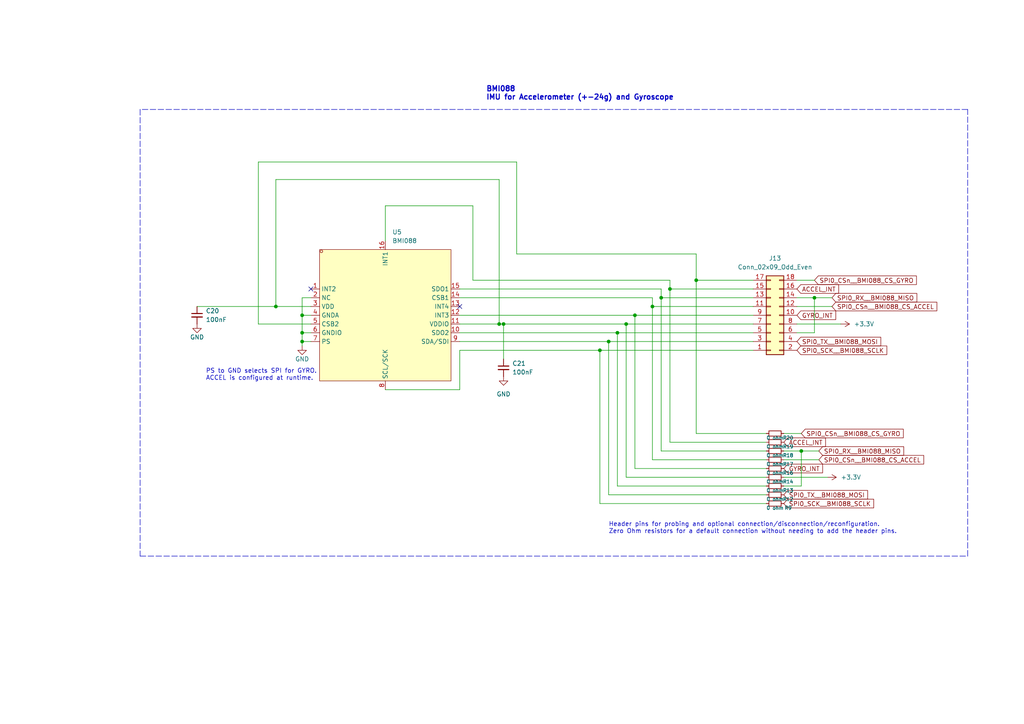
<source format=kicad_sch>
(kicad_sch (version 20211123) (generator eeschema)
  (paper "A4")
  (title_block (title "IMU - Accelerometer and Gyrocope") (date "2023-01-31") (rev "v0.3"))
  (lib_symbols
    (symbol "Connector_Generic:Conn_02x09_Odd_Even" (pin_names (offset 1.016) hide)
      (property "Reference" "J" (at 1.27 12.7 0))
      (property "Value" "Conn_02x09_Odd_Even" (at 1.27 -12.7 0))
      (symbol "Conn_02x09_Odd_Even_1_1"
        (rectangle (start -1.27 -10.033) (end 0 -10.287) (stroke (width 0.1524)))
        (rectangle (start -1.27 -7.493) (end 0 -7.747) (stroke (width 0.1524)))
        (rectangle (start -1.27 -4.953) (end 0 -5.207) (stroke (width 0.1524)))
        (rectangle (start -1.27 -2.413) (end 0 -2.667) (stroke (width 0.1524)))
        (rectangle (start -1.27 0.127) (end 0 -0.127) (stroke (width 0.1524)))
        (rectangle (start -1.27 2.667) (end 0 2.413) (stroke (width 0.1524)))
        (rectangle (start -1.27 5.207) (end 0 4.953) (stroke (width 0.1524)))
        (rectangle (start -1.27 7.747) (end 0 7.493) (stroke (width 0.1524)))
        (rectangle (start -1.27 10.287) (end 0 10.033) (stroke (width 0.1524)))
        (rectangle (start -1.27 11.43) (end 3.81 -11.43) (stroke (width 0.254)) (fill (type background)))
        (rectangle (start 3.81 -10.033) (end 2.54 -10.287) (stroke (width 0.1524)))
        (rectangle (start 3.81 -7.493) (end 2.54 -7.747) (stroke (width 0.1524)))
        (rectangle (start 3.81 -4.953) (end 2.54 -5.207) (stroke (width 0.1524)))
        (rectangle (start 3.81 -2.413) (end 2.54 -2.667) (stroke (width 0.1524)))
        (rectangle (start 3.81 0.127) (end 2.54 -0.127) (stroke (width 0.1524)))
        (rectangle (start 3.81 2.667) (end 2.54 2.413) (stroke (width 0.1524)))
        (rectangle (start 3.81 5.207) (end 2.54 4.953) (stroke (width 0.1524)))
        (rectangle (start 3.81 7.747) (end 2.54 7.493) (stroke (width 0.1524)))
        (rectangle (start 3.81 10.287) (end 2.54 10.033) (stroke (width 0.1524)))
        (pin passive line (at -5.08 10.16 0) (length 3.81) (name "Pin_1") (number "1"))
        (pin passive line (at 7.62 0 180) (length 3.81) (name "Pin_10") (number "10"))
        (pin passive line (at -5.08 -2.54 0) (length 3.81) (name "Pin_11") (number "11"))
        (pin passive line (at 7.62 -2.54 180) (length 3.81) (name "Pin_12") (number "12"))
        (pin passive line (at -5.08 -5.08 0) (length 3.81) (name "Pin_13") (number "13"))
        (pin passive line (at 7.62 -5.08 180) (length 3.81) (name "Pin_14") (number "14"))
        (pin passive line (at -5.08 -7.62 0) (length 3.81) (name "Pin_15") (number "15"))
        (pin passive line (at 7.62 -7.62 180) (length 3.81) (name "Pin_16") (number "16"))
        (pin passive line (at -5.08 -10.16 0) (length 3.81) (name "Pin_17") (number "17"))
        (pin passive line (at 7.62 -10.16 180) (length 3.81) (name "Pin_18") (number "18"))
        (pin passive line (at 7.62 10.16 180) (length 3.81) (name "Pin_2") (number "2"))
        (pin passive line (at -5.08 7.62 0) (length 3.81) (name "Pin_3") (number "3"))
        (pin passive line (at 7.62 7.62 180) (length 3.81) (name "Pin_4") (number "4"))
        (pin passive line (at -5.08 5.08 0) (length 3.81) (name "Pin_5") (number "5"))
        (pin passive line (at 7.62 5.08 180) (length 3.81) (name "Pin_6") (number "6"))
        (pin passive line (at -5.08 2.54 0) (length 3.81) (name "Pin_7") (number "7"))
        (pin passive line (at 7.62 2.54 180) (length 3.81) (name "Pin_8") (number "8"))
        (pin passive line (at -5.08 0 0) (length 3.81) (name "Pin_9") (number "9"))
      )
    )
    (symbol "Device:C_Small" (pin_numbers hide) (pin_names (offset 0.254) hide)
      (property "Reference" "C" (at 0.254 1.778 0))
      (property "Value" "C_Small" (at 0.254 -2.032 0))
      (symbol "C_Small_0_1"
        (polyline (pts (xy -1.524 -0.508) (xy 1.524 -0.508)) (stroke (width 0.3302)))
        (polyline (pts (xy -1.524 0.508) (xy 1.524 0.508)) (stroke (width 0.3048)))
      )
      (symbol "C_Small_1_1"
        (pin passive line (at 0 2.54 270) (length 2.032) (name "~") (number "1"))
        (pin passive line (at 0 -2.54 90) (length 2.032) (name "~") (number "2"))
      )
    )
    (symbol "Device:R_Small" (pin_numbers hide) (pin_names (offset 0.254) hide)
      (property "Reference" "R" (at 0.762 0.508 0))
      (property "Value" "R_Small" (at 0.762 -1.016 0))
      (symbol "R_Small_0_1"
        (rectangle (start -0.762 1.778) (end 0.762 -1.778) (stroke (width 0.2032)))
      )
      (symbol "R_Small_1_1"
        (pin passive line (at 0 2.54 270) (length 0.762) (name "~") (number "1"))
        (pin passive line (at 0 -2.54 90) (length 0.762) (name "~") (number "2"))
      )
    )
    (symbol "easyeda2kicad_flight_computer:BMI088"
      (property "Reference" "U" (at 0 26.67 0))
      (property "Value" "BMI088" (at 0 -26.67 0))
      (symbol "BMI088_0_1"
        (rectangle (start -19.05 19.05) (end 19.05 -19.05) (fill (type background)))
        (circle (center -18.54 18.54) (radius 0.38))
        (pin unspecified line (at -21.59 7.62 0) (length 2.54) (name "INT2") (number "1"))
        (pin unspecified line (at 21.59 -5.08 180) (length 2.54) (name "SDO2") (number "10"))
        (pin unspecified line (at 21.59 -2.54 180) (length 2.54) (name "VDDIO") (number "11"))
        (pin unspecified line (at 21.59 0 180) (length 2.54) (name "INT3") (number "12"))
        (pin unspecified line (at 21.59 2.54 180) (length 2.54) (name "INT4") (number "13"))
        (pin unspecified line (at 21.59 5.08 180) (length 2.54) (name "CSB1") (number "14"))
        (pin unspecified line (at 21.59 7.62 180) (length 2.54) (name "SDO1") (number "15"))
        (pin unspecified line (at 0 21.59 270) (length 2.54) (name "INT1") (number "16"))
        (pin unspecified line (at -21.59 5.08 0) (length 2.54) (name "NC") (number "2"))
        (pin unspecified line (at -21.59 2.54 0) (length 2.54) (name "VDD") (number "3"))
        (pin unspecified line (at -21.59 0 0) (length 2.54) (name "GNDA") (number "4"))
        (pin unspecified line (at -21.59 -2.54 0) (length 2.54) (name "CSB2") (number "5"))
        (pin unspecified line (at -21.59 -5.08 0) (length 2.54) (name "GNDIO") (number "6"))
        (pin unspecified line (at -21.59 -7.62 0) (length 2.54) (name "PS") (number "7"))
        (pin unspecified line (at 0 -21.59 90) (length 2.54) (name "SCL/SCK") (number "8"))
        (pin unspecified line (at 21.59 -7.62 180) (length 2.54) (name "SDA/SDI") (number "9"))
      )
    )
    (symbol "power:+3.3V" (power) (pin_names (offset 0))
      (property "Value" "+3.3V" (at 0 3.556 0))
      (symbol "+3.3V_0_1"
        (polyline (pts (xy -0.762 1.27) (xy 0 2.54)))
        (polyline (pts (xy 0 0) (xy 0 2.54)))
        (polyline (pts (xy 0 2.54) (xy 0.762 1.27)))
      )
      (symbol "+3.3V_1_1"
        (pin power_in line (at 0 0 90) (length 0) hide (name "+3.3V") (number "1"))
      )
    )
    (symbol "power:GND" (power) (pin_names (offset 0))
      (property "Value" "GND" (at 0 -3.81 0))
      (symbol "GND_0_1"
        (polyline (pts (xy 0 0) (xy 0 -1.27) (xy 1.27 -1.27) (xy 0 -2.54) (xy -1.27 -1.27) (xy 0 -1.27)))
      )
      (symbol "GND_1_1"
        (pin power_in line (at 0 0 270) (length 0) hide (name "GND") (number "1"))
      )
    )
  )
  (junction (at 87.63 96.52))
  (junction (at 201.93 81.28))
  (junction (at 176.53 99.06))
  (junction (at 191.77 86.36))
  (junction (at 232.41 130.81))
  (junction (at 189.23 88.9))
  (junction (at 87.63 91.44))
  (junction (at 173.99 101.6))
  (junction (at 184.15 91.44))
  (junction (at 146.05 93.98))
  (junction (at 80.01 88.9))
  (junction (at 144.78 93.98))
  (junction (at 181.61 93.98))
  (junction (at 179.07 96.52))
  (junction (at 236.22 86.36))
  (junction (at 194.31 83.82))
  (junction (at 87.63 99.06))
  (no_connect (at 90.17 83.82))
  (no_connect (at 133.35 88.9))
  (wire (pts (xy 176.53 143.51) (xy 176.53 99.06)))
  (wire (pts (xy 173.99 101.6) (xy 218.44 101.6)))
  (wire (pts (xy 133.35 99.06) (xy 176.53 99.06)))
  (wire (pts (xy 222.25 135.89) (xy 184.15 135.89)))
  (wire (pts (xy 189.23 88.9) (xy 189.23 86.36)))
  (wire (pts (xy 144.78 93.98) (xy 146.05 93.98)))
  (wire (pts (xy 111.76 113.03) (xy 133.35 113.03)))
  (wire (pts (xy 194.31 128.27) (xy 194.31 83.82)))
  (wire (pts (xy 111.76 69.85) (xy 111.76 59.69)))
  (wire (pts (xy 236.22 86.36) (xy 236.22 96.52)))
  (wire (pts (xy 232.41 125.73) (xy 227.33 125.73)))
  (wire (pts (xy 222.25 128.27) (xy 194.31 128.27)))
  (wire (pts (xy 191.77 86.36) (xy 218.44 86.36)))
  (wire (pts (xy 231.14 96.52) (xy 236.22 96.52)))
  (wire (pts (xy 222.25 143.51) (xy 176.53 143.51)))
  (wire (pts (xy 222.25 133.35) (xy 189.23 133.35)))
  (wire (pts (xy 181.61 93.98) (xy 218.44 93.98)))
  (wire (pts (xy 222.25 130.81) (xy 191.77 130.81)))
  (wire (pts (xy 189.23 88.9) (xy 218.44 88.9)))
  (wire (pts (xy 201.93 81.28) (xy 201.93 73.66)))
  (wire (pts (xy 137.16 81.28) (xy 137.16 59.69)))
  (wire (pts (xy 57.15 88.9) (xy 80.01 88.9)))
  (wire (pts (xy 179.07 140.97) (xy 179.07 96.52)))
  (wire (pts (xy 201.93 81.28) (xy 218.44 81.28)))
  (wire (pts (xy 227.33 138.43) (xy 240.03 138.43)))
  (wire (pts (xy 149.86 73.66) (xy 201.93 73.66)))
  (wire (pts (xy 133.35 91.44) (xy 184.15 91.44)))
  (wire (pts (xy 133.35 101.6) (xy 173.99 101.6)))
  (wire (pts (xy 201.93 125.73) (xy 201.93 81.28)))
  (wire (pts (xy 74.93 46.99) (xy 149.86 46.99)))
  (polyline (pts (xy 40.64 31.75) (xy 40.64 161.29)))
  (wire (pts (xy 184.15 135.89) (xy 184.15 91.44)))
  (wire (pts (xy 189.23 133.35) (xy 189.23 88.9)))
  (wire (pts (xy 137.16 81.28) (xy 194.31 81.28)))
  (polyline (pts (xy 40.64 161.29) (xy 280.67 161.29)))
  (wire (pts (xy 222.25 140.97) (xy 179.07 140.97)))
  (wire (pts (xy 191.77 86.36) (xy 191.77 83.82)))
  (wire (pts (xy 222.25 138.43) (xy 181.61 138.43)))
  (wire (pts (xy 80.01 52.07) (xy 80.01 88.9)))
  (wire (pts (xy 181.61 138.43) (xy 181.61 93.98)))
  (wire (pts (xy 133.35 113.03) (xy 133.35 101.6)))
  (wire (pts (xy 179.07 96.52) (xy 218.44 96.52)))
  (wire (pts (xy 191.77 130.81) (xy 191.77 86.36)))
  (wire (pts (xy 74.93 46.99) (xy 74.93 93.98)))
  (wire (pts (xy 231.14 86.36) (xy 236.22 86.36)))
  (wire (pts (xy 133.35 86.36) (xy 189.23 86.36)))
  (wire (pts (xy 227.33 140.97) (xy 232.41 140.97)))
  (wire (pts (xy 146.05 93.98) (xy 181.61 93.98)))
  (polyline (pts (xy 280.67 161.29) (xy 280.67 31.75)))
  (wire (pts (xy 194.31 83.82) (xy 194.31 81.28)))
  (wire (pts (xy 87.63 91.44) (xy 87.63 86.36)))
  (wire (pts (xy 133.35 83.82) (xy 191.77 83.82)))
  (wire (pts (xy 133.35 96.52) (xy 179.07 96.52)))
  (wire (pts (xy 227.33 130.81) (xy 232.41 130.81)))
  (polyline (pts (xy 280.67 31.75) (xy 40.64 31.75)))
  (wire (pts (xy 87.63 96.52) (xy 87.63 91.44)))
  (wire (pts (xy 232.41 130.81) (xy 232.41 140.97)))
  (wire (pts (xy 87.63 86.36) (xy 90.17 86.36)))
  (wire (pts (xy 74.93 93.98) (xy 90.17 93.98)))
  (wire (pts (xy 236.22 81.28) (xy 231.14 81.28)))
  (wire (pts (xy 173.99 146.05) (xy 173.99 101.6)))
  (wire (pts (xy 87.63 91.44) (xy 90.17 91.44)))
  (wire (pts (xy 241.3 88.9) (xy 231.14 88.9)))
  (wire (pts (xy 87.63 99.06) (xy 87.63 96.52)))
  (wire (pts (xy 87.63 99.06) (xy 90.17 99.06)))
  (wire (pts (xy 236.22 86.36) (xy 241.3 86.36)))
  (wire (pts (xy 222.25 125.73) (xy 201.93 125.73)))
  (wire (pts (xy 184.15 91.44) (xy 218.44 91.44)))
  (wire (pts (xy 222.25 146.05) (xy 173.99 146.05)))
  (wire (pts (xy 176.53 99.06) (xy 218.44 99.06)))
  (wire (pts (xy 111.76 59.69) (xy 137.16 59.69)))
  (wire (pts (xy 237.49 133.35) (xy 227.33 133.35)))
  (wire (pts (xy 87.63 100.33) (xy 87.63 99.06)))
  (wire (pts (xy 144.78 52.07) (xy 80.01 52.07)))
  (wire (pts (xy 80.01 88.9) (xy 90.17 88.9)))
  (wire (pts (xy 144.78 52.07) (xy 144.78 93.98)))
  (wire (pts (xy 232.41 130.81) (xy 237.49 130.81)))
  (wire (pts (xy 231.14 93.98) (xy 243.84 93.98)))
  (wire (pts (xy 194.31 83.82) (xy 218.44 83.82)))
  (wire (pts (xy 149.86 46.99) (xy 149.86 73.66)))
  (wire (pts (xy 87.63 96.52) (xy 90.17 96.52)))
  (wire (pts (xy 133.35 93.98) (xy 144.78 93.98)))
  (wire (pts (xy 146.05 93.98) (xy 146.05 104.14)))
  (text "PS to GND selects SPI for GYRO.\nACCEL is configured at runtime." (at 59.69 110.49 0) (effects (font (size 1.27 1.27)) (justify left bottom)))
  (text "Header pins for probing and optional connection/disconnection/reconfiguration.\nZero Ohm resistors for a default connection without needing to add the header pins." (at 176.53 154.94 0) (effects (font (size 1.27 1.27)) (justify left bottom)))
  (text "BMI088\nIMU for Accelerometer (+-24g) and Gyroscope" (at 140.97 29.21 0) (effects (font (size 1.5 1.5) (thickness 0.3) bold) (justify left bottom)))
  (global_label "SPI0_CSn__BMI088_CS_ACCEL" (shape input) (at 237.49 133.35 0) (property "Intersheet References" "${INTERSHEET_REFS}" (effects hide)))
  (global_label "SPI0_CSn__BMI088_CS_GYRO" (shape input) (at 236.22 81.28 0) (property "Intersheet References" "${INTERSHEET_REFS}" (effects hide)))
  (global_label "SPI0_TX__BMI088_MOSI" (shape input) (at 227.33 143.51 0) (property "Intersheet References" "${INTERSHEET_REFS}" (effects hide)))
  (global_label "SPI0_SCK__BMI088_SCLK" (shape input) (at 227.33 146.05 0) (property "Intersheet References" "${INTERSHEET_REFS}" (effects hide)))
  (global_label "SPI0_SCK__BMI088_SCLK" (shape input) (at 231.14 101.6 0) (property "Intersheet References" "${INTERSHEET_REFS}" (effects hide)))
  (global_label "ACCEL_INT" (shape input) (at 227.33 128.27 0) (property "Intersheet References" "${INTERSHEET_REFS}" (effects hide)))
  (global_label "SPI0_RX__BMI088_MISO" (shape input) (at 237.49 130.81 0) (property "Intersheet References" "${INTERSHEET_REFS}" (effects hide)))
  (global_label "GYRO_INT" (shape input) (at 231.14 91.44 0) (property "Intersheet References" "${INTERSHEET_REFS}" (effects hide)))
  (global_label "SPI0_CSn__BMI088_CS_ACCEL" (shape input) (at 241.3 88.9 0) (property "Intersheet References" "${INTERSHEET_REFS}" (effects hide)))
  (global_label "SPI0_TX__BMI088_MOSI" (shape input) (at 231.14 99.06 0) (property "Intersheet References" "${INTERSHEET_REFS}" (effects hide)))
  (global_label "SPI0_RX__BMI088_MISO" (shape input) (at 241.3 86.36 0) (property "Intersheet References" "${INTERSHEET_REFS}" (effects hide)))
  (global_label "GYRO_INT" (shape input) (at 227.33 135.89 0) (property "Intersheet References" "${INTERSHEET_REFS}" (effects hide)))
  (global_label "ACCEL_INT" (shape input) (at 231.14 83.82 0) (property "Intersheet References" "${INTERSHEET_REFS}" (effects hide)))
  (global_label "SPI0_CSn__BMI088_CS_GYRO" (shape input) (at 232.41 125.73 0) (property "Intersheet References" "${INTERSHEET_REFS}" (effects hide)))
  (symbol (lib_id "Device:R_Small") (at 224.79 130.81 90) (mirror x) (unit 1)
    (property "Reference" "R18" (at 228.6 132.08 90) (effects (font (size 1 1))))
    (property "Value" "0 ohm" (at 224.79 132.08 90) (effects (font (size 1 1))))
    (property "Footprint" "Resistor_SMD:R_0402_1005Metric" (effects hide))
  )
  (symbol (lib_id "Device:R_Small") (at 224.79 143.51 90) (mirror x) (unit 1)
    (property "Reference" "R12" (at 228.6 144.78 90) (effects (font (size 1 1))))
    (property "Value" "0 ohm" (at 224.79 144.78 90) (effects (font (size 1 1))))
    (property "Footprint" "Resistor_SMD:R_0402_1005Metric" (effects hide))
  )
  (symbol (lib_id "easyeda2kicad_flight_computer:BMI088") (at 111.76 91.44 0) (unit 1)
    (property "Reference" "U5" (at 113.7794 67.31 0) (effects (justify left)))
    (property "Value" "BMI088" (at 113.7794 69.85 0) (effects (justify left)))
    (property "Footprint" "easyeda2kicad:LGA-16_L4.5-W3.0-P0.50-BL" (effects hide))
    (property "Datasheet" "https://lcsc.com/product-detail/Others_Bosch-Sensortec_BMI088_Bosch-Sensortec-BMI088_C194919.html" (effects hide))
    (property "Manufacturer" "Bosch(博世)" (effects hide))
    (property "LCSC Part" "C194919" (effects hide))
    (property "JLC Part" "Extended Part" (effects hide))
  )
  (symbol (lib_id "Device:R_Small") (at 224.79 140.97 90) (mirror x) (unit 1)
    (property "Reference" "R13" (at 228.6 142.24 90) (effects (font (size 1 1))))
    (property "Value" "0 ohm" (at 224.79 142.24 90) (effects (font (size 1 1))))
    (property "Footprint" "Resistor_SMD:R_0402_1005Metric" (effects hide))
  )
  (symbol (lib_id "Device:C_Small") (at 57.15 91.44 0) (mirror y) (unit 1)
    (property "Reference" "C20" (at 59.69 90.1762 0) (effects (justify right)))
    (property "Value" "100nF" (at 59.69 92.7162 0) (effects (justify right)))
    (property "Footprint" "Capacitor_SMD:C_0402_1005Metric" (effects hide))
  )
  (symbol (lib_id "Device:C_Small") (at 146.05 106.68 0) (unit 1)
    (property "Reference" "C21" (at 148.59 105.4162 0) (effects (justify left)))
    (property "Value" "100nF" (at 148.59 107.9562 0) (effects (justify left)))
    (property "Footprint" "Capacitor_SMD:C_0402_1005Metric" (effects hide))
  )
  (symbol (lib_id "power:+3.3V") (at 243.84 93.98 270) (unit 1)
    (property "Reference" "#PWR045" (effects hide))
    (property "Value" "+3.3V" (at 247.65 93.9799 90) (effects (justify left)))
  )
  (symbol (lib_id "Device:R_Small") (at 224.79 125.73 90) (mirror x) (unit 1)
    (property "Reference" "R20" (at 228.6 127 90) (effects (font (size 1 1))))
    (property "Value" "0 ohm" (at 224.79 127 90) (effects (font (size 1 1))))
    (property "Footprint" "Resistor_SMD:R_0402_1005Metric" (effects hide))
  )
  (symbol (lib_id "Device:R_Small") (at 224.79 138.43 90) (mirror x) (unit 1)
    (property "Reference" "R14" (at 228.6 139.7 90) (effects (font (size 1 1))))
    (property "Value" "0 ohm" (at 224.79 139.7 90) (effects (font (size 1 1))))
    (property "Footprint" "Resistor_SMD:R_0402_1005Metric" (effects hide))
  )
  (symbol (lib_id "power:GND") (at 57.15 93.98 0) (unit 1)
    (property "Reference" "#PWR039" (effects hide))
    (property "Value" "GND" (at 57.15 97.79 0))
  )
  (symbol (lib_id "Device:R_Small") (at 224.79 146.05 90) (mirror x) (unit 1)
    (property "Reference" "R9" (at 228.6 147.32 90) (effects (font (size 1 1))))
    (property "Value" "0 ohm" (at 224.79 147.32 90) (effects (font (size 1 1))))
    (property "Footprint" "Resistor_SMD:R_0402_1005Metric" (effects hide))
  )
  (symbol (lib_id "Connector_Generic:Conn_02x09_Odd_Even") (at 223.52 91.44 0) (mirror x) (unit 1)
    (property "Reference" "J13" (at 224.79 74.93 0))
    (property "Value" "Conn_02x09_Odd_Even" (at 224.79 77.47 0))
    (property "Footprint" "Connector_PinHeader_2.54mm:PinHeader_2x09_P2.54mm_Vertical" (effects hide))
  )
  (symbol (lib_id "power:GND") (at 87.63 100.33 0) (unit 1)
    (property "Reference" "#PWR040" (effects hide))
    (property "Value" "GND" (at 87.63 104.14 0))
  )
  (symbol (lib_id "Device:R_Small") (at 224.79 133.35 90) (mirror x) (unit 1)
    (property "Reference" "R17" (at 228.6 134.62 90) (effects (font (size 1 1))))
    (property "Value" "0 ohm" (at 224.79 134.62 90) (effects (font (size 1 1))))
    (property "Footprint" "Resistor_SMD:R_0402_1005Metric" (effects hide))
  )
  (symbol (lib_id "power:+3.3V") (at 240.03 138.43 270) (mirror x) (unit 1)
    (property "Reference" "#PWR044" (effects hide))
    (property "Value" "+3.3V" (at 243.84 138.4301 90) (effects (justify left)))
  )
  (symbol (lib_id "power:GND") (at 146.05 109.22 0) (unit 1)
    (property "Reference" "#PWR041" (effects hide))
    (property "Value" "GND" (at 146.05 114.3 0))
  )
  (symbol (lib_id "Device:R_Small") (at 224.79 135.89 90) (mirror x) (unit 1)
    (property "Reference" "R16" (at 228.6 137.16 90) (effects (font (size 1 1))))
    (property "Value" "0 ohm" (at 224.79 137.16 90) (effects (font (size 1 1))))
    (property "Footprint" "Resistor_SMD:R_0402_1005Metric" (effects hide))
  )
  (symbol (lib_id "Device:R_Small") (at 224.79 128.27 90) (mirror x) (unit 1)
    (property "Reference" "R19" (at 228.6 129.54 90) (effects (font (size 1 1))))
    (property "Value" "0 ohm" (at 224.79 129.54 90) (effects (font (size 1 1))))
    (property "Footprint" "Resistor_SMD:R_0402_1005Metric" (effects hide))
  )
)
</source>
